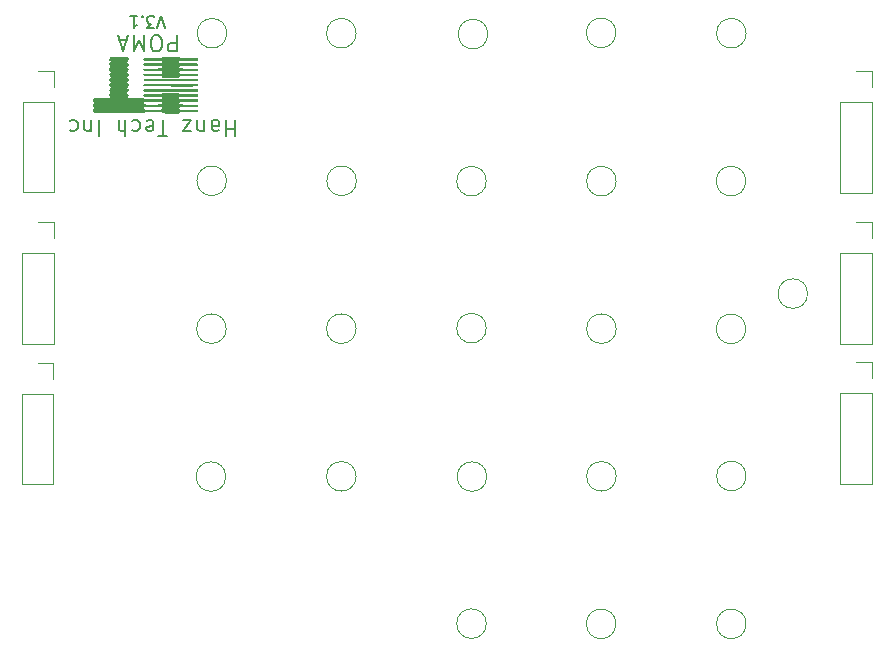
<source format=gbr>
%TF.GenerationSoftware,KiCad,Pcbnew,(5.1.10)-1*%
%TF.CreationDate,2022-01-16T13:18:33-05:00*%
%TF.ProjectId,top,746f702e-6b69-4636-9164-5f7063625858,rev?*%
%TF.SameCoordinates,Original*%
%TF.FileFunction,Legend,Top*%
%TF.FilePolarity,Positive*%
%FSLAX46Y46*%
G04 Gerber Fmt 4.6, Leading zero omitted, Abs format (unit mm)*
G04 Created by KiCad (PCBNEW (5.1.10)-1) date 2022-01-16 13:18:33*
%MOMM*%
%LPD*%
G01*
G04 APERTURE LIST*
%ADD10C,0.200000*%
%ADD11C,0.150000*%
%ADD12C,0.120000*%
%ADD13C,0.010000*%
G04 APERTURE END LIST*
D10*
X126063114Y-73939285D02*
X126063114Y-75289285D01*
X125548828Y-75289285D01*
X125420257Y-75225000D01*
X125355971Y-75160714D01*
X125291685Y-75032142D01*
X125291685Y-74839285D01*
X125355971Y-74710714D01*
X125420257Y-74646428D01*
X125548828Y-74582142D01*
X126063114Y-74582142D01*
X124455971Y-75289285D02*
X124198828Y-75289285D01*
X124070257Y-75225000D01*
X123941685Y-75096428D01*
X123877400Y-74839285D01*
X123877400Y-74389285D01*
X123941685Y-74132142D01*
X124070257Y-74003571D01*
X124198828Y-73939285D01*
X124455971Y-73939285D01*
X124584542Y-74003571D01*
X124713114Y-74132142D01*
X124777400Y-74389285D01*
X124777400Y-74839285D01*
X124713114Y-75096428D01*
X124584542Y-75225000D01*
X124455971Y-75289285D01*
X123298828Y-73939285D02*
X123298828Y-75289285D01*
X122848828Y-74325000D01*
X122398828Y-75289285D01*
X122398828Y-73939285D01*
X121820257Y-74325000D02*
X121177400Y-74325000D01*
X121948828Y-73939285D02*
X121498828Y-75289285D01*
X121048828Y-73939285D01*
X131027400Y-81139285D02*
X131027400Y-82489285D01*
X131027400Y-81846428D02*
X130255971Y-81846428D01*
X130255971Y-81139285D02*
X130255971Y-82489285D01*
X129034542Y-81139285D02*
X129034542Y-81846428D01*
X129098828Y-81975000D01*
X129227400Y-82039285D01*
X129484542Y-82039285D01*
X129613114Y-81975000D01*
X129034542Y-81203571D02*
X129163114Y-81139285D01*
X129484542Y-81139285D01*
X129613114Y-81203571D01*
X129677400Y-81332142D01*
X129677400Y-81460714D01*
X129613114Y-81589285D01*
X129484542Y-81653571D01*
X129163114Y-81653571D01*
X129034542Y-81717857D01*
X128391685Y-82039285D02*
X128391685Y-81139285D01*
X128391685Y-81910714D02*
X128327400Y-81975000D01*
X128198828Y-82039285D01*
X128005971Y-82039285D01*
X127877400Y-81975000D01*
X127813114Y-81846428D01*
X127813114Y-81139285D01*
X127298828Y-82039285D02*
X126591685Y-82039285D01*
X127298828Y-81139285D01*
X126591685Y-81139285D01*
X125241685Y-82489285D02*
X124470257Y-82489285D01*
X124855971Y-81139285D02*
X124855971Y-82489285D01*
X123505971Y-81203571D02*
X123634542Y-81139285D01*
X123891685Y-81139285D01*
X124020257Y-81203571D01*
X124084542Y-81332142D01*
X124084542Y-81846428D01*
X124020257Y-81975000D01*
X123891685Y-82039285D01*
X123634542Y-82039285D01*
X123505971Y-81975000D01*
X123441685Y-81846428D01*
X123441685Y-81717857D01*
X124084542Y-81589285D01*
X122284542Y-81203571D02*
X122413114Y-81139285D01*
X122670257Y-81139285D01*
X122798828Y-81203571D01*
X122863114Y-81267857D01*
X122927400Y-81396428D01*
X122927400Y-81782142D01*
X122863114Y-81910714D01*
X122798828Y-81975000D01*
X122670257Y-82039285D01*
X122413114Y-82039285D01*
X122284542Y-81975000D01*
X121705971Y-81139285D02*
X121705971Y-82489285D01*
X121127400Y-81139285D02*
X121127400Y-81846428D01*
X121191685Y-81975000D01*
X121320257Y-82039285D01*
X121513114Y-82039285D01*
X121641685Y-81975000D01*
X121705971Y-81910714D01*
X119455971Y-81139285D02*
X119455971Y-82489285D01*
X118813114Y-82039285D02*
X118813114Y-81139285D01*
X118813114Y-81910714D02*
X118748828Y-81975000D01*
X118620257Y-82039285D01*
X118427400Y-82039285D01*
X118298828Y-81975000D01*
X118234542Y-81846428D01*
X118234542Y-81139285D01*
X117013114Y-81203571D02*
X117141685Y-81139285D01*
X117398828Y-81139285D01*
X117527400Y-81203571D01*
X117591685Y-81267857D01*
X117655971Y-81396428D01*
X117655971Y-81782142D01*
X117591685Y-81910714D01*
X117527400Y-81975000D01*
X117398828Y-82039285D01*
X117141685Y-82039285D01*
X117013114Y-81975000D01*
D11*
X125076209Y-73322619D02*
X124742876Y-72322619D01*
X124409542Y-73322619D01*
X124171447Y-73322619D02*
X123552400Y-73322619D01*
X123885733Y-72941666D01*
X123742876Y-72941666D01*
X123647638Y-72894047D01*
X123600019Y-72846428D01*
X123552400Y-72751190D01*
X123552400Y-72513095D01*
X123600019Y-72417857D01*
X123647638Y-72370238D01*
X123742876Y-72322619D01*
X124028590Y-72322619D01*
X124123828Y-72370238D01*
X124171447Y-72417857D01*
X123123828Y-72417857D02*
X123076209Y-72370238D01*
X123123828Y-72322619D01*
X123171447Y-72370238D01*
X123123828Y-72417857D01*
X123123828Y-72322619D01*
X122123828Y-72322619D02*
X122695257Y-72322619D01*
X122409542Y-72322619D02*
X122409542Y-73322619D01*
X122504780Y-73179761D01*
X122600019Y-73084523D01*
X122695257Y-73036904D01*
D12*
%TO.C,J28*%
X152264940Y-86281600D02*
G75*
G03*
X152264940Y-86281600I-1251000J0D01*
G01*
%TO.C,J25*%
X141241340Y-73759400D02*
G75*
G03*
X141241340Y-73759400I-1251000J0D01*
G01*
%TO.C,J24*%
X130268540Y-86256200D02*
G75*
G03*
X130268540Y-86256200I-1251000J0D01*
G01*
%TO.C,J23*%
X130243140Y-98778400D02*
G75*
G03*
X130243140Y-98778400I-1251000J0D01*
G01*
%TO.C,J22*%
X141241340Y-111275200D02*
G75*
G03*
X141241340Y-111275200I-1251000J0D01*
G01*
%TO.C,J21*%
X152264940Y-123746600D02*
G75*
G03*
X152264940Y-123746600I-1251000J0D01*
G01*
%TO.C,J20*%
X163237740Y-123772000D02*
G75*
G03*
X163237740Y-123772000I-1251000J0D01*
G01*
%TO.C,J19*%
X174261340Y-123772000D02*
G75*
G03*
X174261340Y-123772000I-1251000J0D01*
G01*
%TO.C,J17*%
X174261340Y-73759400D02*
G75*
G03*
X174261340Y-73759400I-1251000J0D01*
G01*
%TO.C,J16*%
X163237740Y-73734000D02*
G75*
G03*
X163237740Y-73734000I-1251000J0D01*
G01*
%TO.C,J15*%
X130203400Y-111300600D02*
G75*
G03*
X130203400Y-111300600I-1251000J0D01*
G01*
%TO.C,J14*%
X141266740Y-86256200D02*
G75*
G03*
X141266740Y-86256200I-1251000J0D01*
G01*
%TO.C,J13*%
X163258060Y-86281600D02*
G75*
G03*
X163258060Y-86281600I-1251000J0D01*
G01*
%TO.C,J12*%
X174235940Y-86281600D02*
G75*
G03*
X174235940Y-86281600I-1251000J0D01*
G01*
%TO.C,J11*%
X141241340Y-98778400D02*
G75*
G03*
X141241340Y-98778400I-1251000J0D01*
G01*
%TO.C,J10*%
X152264940Y-98727600D02*
G75*
G03*
X152264940Y-98727600I-1251000J0D01*
G01*
%TO.C,J9*%
X163263140Y-98778400D02*
G75*
G03*
X163263140Y-98778400I-1251000J0D01*
G01*
%TO.C,J8*%
X174235940Y-98791100D02*
G75*
G03*
X174235940Y-98791100I-1251000J0D01*
G01*
%TO.C,J7*%
X152391940Y-73835600D02*
G75*
G03*
X152391940Y-73835600I-1251000J0D01*
G01*
%TO.C,J6*%
X174261340Y-111249800D02*
G75*
G03*
X174261340Y-111249800I-1251000J0D01*
G01*
%TO.C,J5*%
X163263140Y-111275200D02*
G75*
G03*
X163263140Y-111275200I-1251000J0D01*
G01*
%TO.C,J4*%
X152303400Y-111300600D02*
G75*
G03*
X152303400Y-111300600I-1251000J0D01*
G01*
%TO.C,J33*%
X112955540Y-104264800D02*
X115615540Y-104264800D01*
X112955540Y-104264800D02*
X112955540Y-111944800D01*
X112955540Y-111944800D02*
X115615540Y-111944800D01*
X115615540Y-104264800D02*
X115615540Y-111944800D01*
X115615540Y-101664800D02*
X115615540Y-102994800D01*
X114285540Y-101664800D02*
X115615540Y-101664800D01*
%TO.C,J32*%
X114336340Y-76950600D02*
X115666340Y-76950600D01*
X115666340Y-76950600D02*
X115666340Y-78280600D01*
X115666340Y-79550600D02*
X115666340Y-87230600D01*
X113006340Y-87230600D02*
X115666340Y-87230600D01*
X113006340Y-79550600D02*
X113006340Y-87230600D01*
X113006340Y-79550600D02*
X115666340Y-79550600D01*
%TO.C,J30*%
X182221340Y-79601400D02*
X184881340Y-79601400D01*
X182221340Y-79601400D02*
X182221340Y-87281400D01*
X182221340Y-87281400D02*
X184881340Y-87281400D01*
X184881340Y-79601400D02*
X184881340Y-87281400D01*
X184881340Y-77001400D02*
X184881340Y-78331400D01*
X183551340Y-77001400D02*
X184881340Y-77001400D01*
%TO.C,J29*%
X112980940Y-92377600D02*
X115640940Y-92377600D01*
X112980940Y-92377600D02*
X112980940Y-100057600D01*
X112980940Y-100057600D02*
X115640940Y-100057600D01*
X115640940Y-92377600D02*
X115640940Y-100057600D01*
X115640940Y-89777600D02*
X115640940Y-91107600D01*
X114310940Y-89777600D02*
X115640940Y-89777600D01*
%TO.C,J27*%
X183551340Y-89777600D02*
X184881340Y-89777600D01*
X184881340Y-89777600D02*
X184881340Y-91107600D01*
X184881340Y-92377600D02*
X184881340Y-100057600D01*
X182221340Y-100057600D02*
X184881340Y-100057600D01*
X182221340Y-92377600D02*
X182221340Y-100057600D01*
X182221340Y-92377600D02*
X184881340Y-92377600D01*
%TO.C,J26*%
X182221340Y-104239400D02*
X184881340Y-104239400D01*
X182221340Y-104239400D02*
X182221340Y-111919400D01*
X182221340Y-111919400D02*
X184881340Y-111919400D01*
X184881340Y-104239400D02*
X184881340Y-111919400D01*
X184881340Y-101639400D02*
X184881340Y-102969400D01*
X183551340Y-101639400D02*
X184881340Y-101639400D01*
%TO.C,J18*%
X130293940Y-73759400D02*
G75*
G03*
X130293940Y-73759400I-1251000J0D01*
G01*
D13*
%TO.C,G\u002A\u002A\u002A*%
G36*
X124790870Y-76064417D02*
G01*
X124756198Y-76011500D01*
X124020391Y-76011500D01*
X123821887Y-76011312D01*
X123661529Y-76010624D01*
X123535132Y-76009254D01*
X123438510Y-76007016D01*
X123367478Y-76003728D01*
X123317850Y-75999206D01*
X123285440Y-75993266D01*
X123266062Y-75985724D01*
X123256761Y-75977976D01*
X123240373Y-75937277D01*
X123251177Y-75909184D01*
X123260552Y-75899728D01*
X123278336Y-75892028D01*
X123308706Y-75885862D01*
X123355842Y-75881005D01*
X123423922Y-75877235D01*
X123517125Y-75874328D01*
X123639628Y-75872061D01*
X123795611Y-75870210D01*
X123989252Y-75868552D01*
X124014983Y-75868357D01*
X124756550Y-75862797D01*
X124791046Y-75810149D01*
X124825543Y-75757500D01*
X126199424Y-75757500D01*
X126234097Y-75810417D01*
X126268769Y-75863333D01*
X127005656Y-75863333D01*
X127204816Y-75863532D01*
X127365842Y-75864249D01*
X127492934Y-75865665D01*
X127590290Y-75867962D01*
X127662109Y-75871320D01*
X127712591Y-75875920D01*
X127745932Y-75881945D01*
X127766333Y-75889574D01*
X127775763Y-75896553D01*
X127797406Y-75934901D01*
X127787113Y-75970637D01*
X127779673Y-75981478D01*
X127767335Y-75990213D01*
X127745854Y-75997069D01*
X127710987Y-76002272D01*
X127658488Y-76006050D01*
X127584112Y-76008629D01*
X127483615Y-76010236D01*
X127352753Y-76011099D01*
X127187280Y-76011444D01*
X127022910Y-76011500D01*
X126280576Y-76011500D01*
X126238952Y-76064417D01*
X126197328Y-76117333D01*
X124825543Y-76117333D01*
X124790870Y-76064417D01*
G37*
X124790870Y-76064417D02*
X124756198Y-76011500D01*
X124020391Y-76011500D01*
X123821887Y-76011312D01*
X123661529Y-76010624D01*
X123535132Y-76009254D01*
X123438510Y-76007016D01*
X123367478Y-76003728D01*
X123317850Y-75999206D01*
X123285440Y-75993266D01*
X123266062Y-75985724D01*
X123256761Y-75977976D01*
X123240373Y-75937277D01*
X123251177Y-75909184D01*
X123260552Y-75899728D01*
X123278336Y-75892028D01*
X123308706Y-75885862D01*
X123355842Y-75881005D01*
X123423922Y-75877235D01*
X123517125Y-75874328D01*
X123639628Y-75872061D01*
X123795611Y-75870210D01*
X123989252Y-75868552D01*
X124014983Y-75868357D01*
X124756550Y-75862797D01*
X124791046Y-75810149D01*
X124825543Y-75757500D01*
X126199424Y-75757500D01*
X126234097Y-75810417D01*
X126268769Y-75863333D01*
X127005656Y-75863333D01*
X127204816Y-75863532D01*
X127365842Y-75864249D01*
X127492934Y-75865665D01*
X127590290Y-75867962D01*
X127662109Y-75871320D01*
X127712591Y-75875920D01*
X127745932Y-75881945D01*
X127766333Y-75889574D01*
X127775763Y-75896553D01*
X127797406Y-75934901D01*
X127787113Y-75970637D01*
X127779673Y-75981478D01*
X127767335Y-75990213D01*
X127745854Y-75997069D01*
X127710987Y-76002272D01*
X127658488Y-76006050D01*
X127584112Y-76008629D01*
X127483615Y-76010236D01*
X127352753Y-76011099D01*
X127187280Y-76011444D01*
X127022910Y-76011500D01*
X126280576Y-76011500D01*
X126238952Y-76064417D01*
X126197328Y-76117333D01*
X124825543Y-76117333D01*
X124790870Y-76064417D01*
G36*
X120402306Y-76066091D02*
G01*
X120361137Y-75995398D01*
X120353576Y-75916178D01*
X120379198Y-75842139D01*
X120410380Y-75805853D01*
X120426890Y-75792364D01*
X120444746Y-75781651D01*
X120468692Y-75773393D01*
X120503476Y-75767271D01*
X120553842Y-75762966D01*
X120624538Y-75760158D01*
X120720308Y-75758527D01*
X120845899Y-75757753D01*
X121006057Y-75757517D01*
X121128173Y-75757500D01*
X121313234Y-75757607D01*
X121460647Y-75758116D01*
X121575095Y-75759313D01*
X121661265Y-75761480D01*
X121723839Y-75764903D01*
X121767503Y-75769865D01*
X121796942Y-75776651D01*
X121816839Y-75785544D01*
X121831879Y-75796828D01*
X121835819Y-75800419D01*
X121874949Y-75850682D01*
X121895125Y-75896080D01*
X121895502Y-75961145D01*
X121873092Y-76030136D01*
X121835295Y-76083926D01*
X121817389Y-76096976D01*
X121786370Y-76102386D01*
X121717600Y-76107163D01*
X121615656Y-76111176D01*
X121485117Y-76114292D01*
X121330560Y-76116377D01*
X121156565Y-76117300D01*
X121114898Y-76117333D01*
X120450446Y-76117333D01*
X120402306Y-76066091D01*
G37*
X120402306Y-76066091D02*
X120361137Y-75995398D01*
X120353576Y-75916178D01*
X120379198Y-75842139D01*
X120410380Y-75805853D01*
X120426890Y-75792364D01*
X120444746Y-75781651D01*
X120468692Y-75773393D01*
X120503476Y-75767271D01*
X120553842Y-75762966D01*
X120624538Y-75760158D01*
X120720308Y-75758527D01*
X120845899Y-75757753D01*
X121006057Y-75757517D01*
X121128173Y-75757500D01*
X121313234Y-75757607D01*
X121460647Y-75758116D01*
X121575095Y-75759313D01*
X121661265Y-75761480D01*
X121723839Y-75764903D01*
X121767503Y-75769865D01*
X121796942Y-75776651D01*
X121816839Y-75785544D01*
X121831879Y-75796828D01*
X121835819Y-75800419D01*
X121874949Y-75850682D01*
X121895125Y-75896080D01*
X121895502Y-75961145D01*
X121873092Y-76030136D01*
X121835295Y-76083926D01*
X121817389Y-76096976D01*
X121786370Y-76102386D01*
X121717600Y-76107163D01*
X121615656Y-76111176D01*
X121485117Y-76114292D01*
X121330560Y-76116377D01*
X121156565Y-76117300D01*
X121114898Y-76117333D01*
X120450446Y-76117333D01*
X120402306Y-76066091D01*
G36*
X125361178Y-76561410D02*
G01*
X125210247Y-76560212D01*
X125077474Y-76558346D01*
X124968325Y-76555918D01*
X124888267Y-76553035D01*
X124842768Y-76549805D01*
X124835260Y-76548363D01*
X124800865Y-76519222D01*
X124781136Y-76484863D01*
X124762115Y-76434833D01*
X124011423Y-76434833D01*
X123792338Y-76434230D01*
X123608067Y-76432446D01*
X123460074Y-76429523D01*
X123349825Y-76425502D01*
X123278781Y-76420423D01*
X123248409Y-76414328D01*
X123247533Y-76413477D01*
X123242479Y-76377526D01*
X123247710Y-76349977D01*
X123252540Y-76338801D01*
X123261996Y-76329798D01*
X123280281Y-76322732D01*
X123311597Y-76317371D01*
X123360146Y-76313477D01*
X123430132Y-76310819D01*
X123525755Y-76309159D01*
X123651219Y-76308265D01*
X123810725Y-76307901D01*
X124002584Y-76307833D01*
X124744082Y-76307833D01*
X124862718Y-76180833D01*
X126162249Y-76180833D01*
X126280885Y-76307833D01*
X127023064Y-76307833D01*
X127220687Y-76307963D01*
X127380176Y-76308488D01*
X127505730Y-76309613D01*
X127601549Y-76311541D01*
X127671832Y-76314478D01*
X127720777Y-76318628D01*
X127752585Y-76324194D01*
X127771455Y-76331382D01*
X127781585Y-76340396D01*
X127784295Y-76344875D01*
X127795145Y-76367825D01*
X127799252Y-76386497D01*
X127792889Y-76401333D01*
X127772329Y-76412773D01*
X127733844Y-76421259D01*
X127673709Y-76427232D01*
X127588195Y-76431133D01*
X127473577Y-76433402D01*
X127326126Y-76434481D01*
X127142117Y-76434811D01*
X127024136Y-76434833D01*
X126802114Y-76435418D01*
X126616803Y-76437150D01*
X126469292Y-76440000D01*
X126360668Y-76443937D01*
X126292019Y-76448932D01*
X126264431Y-76454953D01*
X126263900Y-76456000D01*
X126250238Y-76485201D01*
X126221567Y-76519500D01*
X126207937Y-76531394D01*
X126190364Y-76540827D01*
X126164161Y-76548082D01*
X126124642Y-76553444D01*
X126067122Y-76557198D01*
X125986914Y-76559629D01*
X125879331Y-76561022D01*
X125739689Y-76561661D01*
X125563300Y-76561831D01*
X125524798Y-76561833D01*
X125361178Y-76561410D01*
G37*
X125361178Y-76561410D02*
X125210247Y-76560212D01*
X125077474Y-76558346D01*
X124968325Y-76555918D01*
X124888267Y-76553035D01*
X124842768Y-76549805D01*
X124835260Y-76548363D01*
X124800865Y-76519222D01*
X124781136Y-76484863D01*
X124762115Y-76434833D01*
X124011423Y-76434833D01*
X123792338Y-76434230D01*
X123608067Y-76432446D01*
X123460074Y-76429523D01*
X123349825Y-76425502D01*
X123278781Y-76420423D01*
X123248409Y-76414328D01*
X123247533Y-76413477D01*
X123242479Y-76377526D01*
X123247710Y-76349977D01*
X123252540Y-76338801D01*
X123261996Y-76329798D01*
X123280281Y-76322732D01*
X123311597Y-76317371D01*
X123360146Y-76313477D01*
X123430132Y-76310819D01*
X123525755Y-76309159D01*
X123651219Y-76308265D01*
X123810725Y-76307901D01*
X124002584Y-76307833D01*
X124744082Y-76307833D01*
X124862718Y-76180833D01*
X126162249Y-76180833D01*
X126280885Y-76307833D01*
X127023064Y-76307833D01*
X127220687Y-76307963D01*
X127380176Y-76308488D01*
X127505730Y-76309613D01*
X127601549Y-76311541D01*
X127671832Y-76314478D01*
X127720777Y-76318628D01*
X127752585Y-76324194D01*
X127771455Y-76331382D01*
X127781585Y-76340396D01*
X127784295Y-76344875D01*
X127795145Y-76367825D01*
X127799252Y-76386497D01*
X127792889Y-76401333D01*
X127772329Y-76412773D01*
X127733844Y-76421259D01*
X127673709Y-76427232D01*
X127588195Y-76431133D01*
X127473577Y-76433402D01*
X127326126Y-76434481D01*
X127142117Y-76434811D01*
X127024136Y-76434833D01*
X126802114Y-76435418D01*
X126616803Y-76437150D01*
X126469292Y-76440000D01*
X126360668Y-76443937D01*
X126292019Y-76448932D01*
X126264431Y-76454953D01*
X126263900Y-76456000D01*
X126250238Y-76485201D01*
X126221567Y-76519500D01*
X126207937Y-76531394D01*
X126190364Y-76540827D01*
X126164161Y-76548082D01*
X126124642Y-76553444D01*
X126067122Y-76557198D01*
X125986914Y-76559629D01*
X125879331Y-76561022D01*
X125739689Y-76561661D01*
X125563300Y-76561831D01*
X125524798Y-76561833D01*
X125361178Y-76561410D01*
G36*
X120937396Y-76561538D02*
G01*
X120785961Y-76560517D01*
X120668009Y-76558572D01*
X120579116Y-76555505D01*
X120514859Y-76551116D01*
X120470814Y-76545205D01*
X120442557Y-76537574D01*
X120428796Y-76530414D01*
X120377885Y-76472325D01*
X120355528Y-76398175D01*
X120361170Y-76320772D01*
X120394254Y-76252928D01*
X120442552Y-76212850D01*
X120482457Y-76203315D01*
X120557912Y-76195284D01*
X120662162Y-76188781D01*
X120788450Y-76183831D01*
X120930020Y-76180456D01*
X121080115Y-76178682D01*
X121231978Y-76178532D01*
X121378854Y-76180031D01*
X121513985Y-76183202D01*
X121630615Y-76188070D01*
X121721989Y-76194659D01*
X121781348Y-76202992D01*
X121797316Y-76208021D01*
X121863296Y-76261818D01*
X121895941Y-76333069D01*
X121893646Y-76411199D01*
X121854802Y-76485634D01*
X121841695Y-76499962D01*
X121779823Y-76561833D01*
X121126738Y-76561833D01*
X120937396Y-76561538D01*
G37*
X120937396Y-76561538D02*
X120785961Y-76560517D01*
X120668009Y-76558572D01*
X120579116Y-76555505D01*
X120514859Y-76551116D01*
X120470814Y-76545205D01*
X120442557Y-76537574D01*
X120428796Y-76530414D01*
X120377885Y-76472325D01*
X120355528Y-76398175D01*
X120361170Y-76320772D01*
X120394254Y-76252928D01*
X120442552Y-76212850D01*
X120482457Y-76203315D01*
X120557912Y-76195284D01*
X120662162Y-76188781D01*
X120788450Y-76183831D01*
X120930020Y-76180456D01*
X121080115Y-76178682D01*
X121231978Y-76178532D01*
X121378854Y-76180031D01*
X121513985Y-76183202D01*
X121630615Y-76188070D01*
X121721989Y-76194659D01*
X121781348Y-76202992D01*
X121797316Y-76208021D01*
X121863296Y-76261818D01*
X121895941Y-76333069D01*
X121893646Y-76411199D01*
X121854802Y-76485634D01*
X121841695Y-76499962D01*
X121779823Y-76561833D01*
X121126738Y-76561833D01*
X120937396Y-76561538D01*
G36*
X124744082Y-76879333D02*
G01*
X124002584Y-76879333D01*
X123805924Y-76879261D01*
X123647394Y-76878886D01*
X123522794Y-76877974D01*
X123427919Y-76876291D01*
X123358569Y-76873601D01*
X123310541Y-76869672D01*
X123279633Y-76864267D01*
X123261643Y-76857152D01*
X123252367Y-76848093D01*
X123247710Y-76837190D01*
X123242433Y-76793156D01*
X123247533Y-76773690D01*
X123272601Y-76767466D01*
X123338524Y-76762254D01*
X123443839Y-76758095D01*
X123587078Y-76755029D01*
X123766776Y-76753098D01*
X123981467Y-76752343D01*
X124010899Y-76752333D01*
X124231190Y-76751742D01*
X124414833Y-76749987D01*
X124560720Y-76747101D01*
X124667743Y-76743114D01*
X124734793Y-76738058D01*
X124760764Y-76731965D01*
X124761067Y-76731167D01*
X124774729Y-76701966D01*
X124803400Y-76667667D01*
X124816903Y-76655872D01*
X124834311Y-76646496D01*
X124860261Y-76639263D01*
X124899390Y-76633894D01*
X124956336Y-76630114D01*
X125035736Y-76627645D01*
X125142227Y-76626211D01*
X125280446Y-76625535D01*
X125455031Y-76625340D01*
X125512483Y-76625333D01*
X125698357Y-76625442D01*
X125846535Y-76625952D01*
X125961654Y-76627140D01*
X126048352Y-76629284D01*
X126111265Y-76632659D01*
X126155032Y-76637544D01*
X126184288Y-76644214D01*
X126203672Y-76652947D01*
X126217821Y-76664019D01*
X126221567Y-76667667D01*
X126252644Y-76705575D01*
X126263900Y-76731167D01*
X126284880Y-76737350D01*
X126347092Y-76742511D01*
X126449450Y-76746618D01*
X126590863Y-76749642D01*
X126770245Y-76751553D01*
X126986506Y-76752319D01*
X127023636Y-76752333D01*
X127224473Y-76752487D01*
X127387046Y-76753069D01*
X127515426Y-76754261D01*
X127613679Y-76756243D01*
X127685877Y-76759197D01*
X127736087Y-76763304D01*
X127768380Y-76768746D01*
X127786823Y-76775704D01*
X127795486Y-76784359D01*
X127796584Y-76786766D01*
X127804004Y-76810239D01*
X127803978Y-76829373D01*
X127792767Y-76844610D01*
X127766631Y-76856392D01*
X127721831Y-76865163D01*
X127654627Y-76871364D01*
X127561281Y-76875438D01*
X127438053Y-76877826D01*
X127281203Y-76878973D01*
X127086993Y-76879319D01*
X127014151Y-76879333D01*
X126816707Y-76879393D01*
X126657407Y-76879732D01*
X126532062Y-76880591D01*
X126436481Y-76882207D01*
X126366476Y-76884823D01*
X126317857Y-76888676D01*
X126286434Y-76894007D01*
X126268019Y-76901055D01*
X126258422Y-76910060D01*
X126253453Y-76921262D01*
X126252932Y-76922879D01*
X126223517Y-76963389D01*
X126186628Y-76986379D01*
X126152695Y-76991420D01*
X126082184Y-76995993D01*
X125980853Y-76999931D01*
X125854454Y-77003068D01*
X125708744Y-77005236D01*
X125549479Y-77006270D01*
X125498431Y-77006333D01*
X124862718Y-77006333D01*
X124744082Y-76879333D01*
G37*
X124744082Y-76879333D02*
X124002584Y-76879333D01*
X123805924Y-76879261D01*
X123647394Y-76878886D01*
X123522794Y-76877974D01*
X123427919Y-76876291D01*
X123358569Y-76873601D01*
X123310541Y-76869672D01*
X123279633Y-76864267D01*
X123261643Y-76857152D01*
X123252367Y-76848093D01*
X123247710Y-76837190D01*
X123242433Y-76793156D01*
X123247533Y-76773690D01*
X123272601Y-76767466D01*
X123338524Y-76762254D01*
X123443839Y-76758095D01*
X123587078Y-76755029D01*
X123766776Y-76753098D01*
X123981467Y-76752343D01*
X124010899Y-76752333D01*
X124231190Y-76751742D01*
X124414833Y-76749987D01*
X124560720Y-76747101D01*
X124667743Y-76743114D01*
X124734793Y-76738058D01*
X124760764Y-76731965D01*
X124761067Y-76731167D01*
X124774729Y-76701966D01*
X124803400Y-76667667D01*
X124816903Y-76655872D01*
X124834311Y-76646496D01*
X124860261Y-76639263D01*
X124899390Y-76633894D01*
X124956336Y-76630114D01*
X125035736Y-76627645D01*
X125142227Y-76626211D01*
X125280446Y-76625535D01*
X125455031Y-76625340D01*
X125512483Y-76625333D01*
X125698357Y-76625442D01*
X125846535Y-76625952D01*
X125961654Y-76627140D01*
X126048352Y-76629284D01*
X126111265Y-76632659D01*
X126155032Y-76637544D01*
X126184288Y-76644214D01*
X126203672Y-76652947D01*
X126217821Y-76664019D01*
X126221567Y-76667667D01*
X126252644Y-76705575D01*
X126263900Y-76731167D01*
X126284880Y-76737350D01*
X126347092Y-76742511D01*
X126449450Y-76746618D01*
X126590863Y-76749642D01*
X126770245Y-76751553D01*
X126986506Y-76752319D01*
X127023636Y-76752333D01*
X127224473Y-76752487D01*
X127387046Y-76753069D01*
X127515426Y-76754261D01*
X127613679Y-76756243D01*
X127685877Y-76759197D01*
X127736087Y-76763304D01*
X127768380Y-76768746D01*
X127786823Y-76775704D01*
X127795486Y-76784359D01*
X127796584Y-76786766D01*
X127804004Y-76810239D01*
X127803978Y-76829373D01*
X127792767Y-76844610D01*
X127766631Y-76856392D01*
X127721831Y-76865163D01*
X127654627Y-76871364D01*
X127561281Y-76875438D01*
X127438053Y-76877826D01*
X127281203Y-76878973D01*
X127086993Y-76879319D01*
X127014151Y-76879333D01*
X126816707Y-76879393D01*
X126657407Y-76879732D01*
X126532062Y-76880591D01*
X126436481Y-76882207D01*
X126366476Y-76884823D01*
X126317857Y-76888676D01*
X126286434Y-76894007D01*
X126268019Y-76901055D01*
X126258422Y-76910060D01*
X126253453Y-76921262D01*
X126252932Y-76922879D01*
X126223517Y-76963389D01*
X126186628Y-76986379D01*
X126152695Y-76991420D01*
X126082184Y-76995993D01*
X125980853Y-76999931D01*
X125854454Y-77003068D01*
X125708744Y-77005236D01*
X125549479Y-77006270D01*
X125498431Y-77006333D01*
X124862718Y-77006333D01*
X124744082Y-76879333D01*
G36*
X120698992Y-77003144D02*
G01*
X120610486Y-77000975D01*
X120545384Y-76997219D01*
X120498955Y-76991698D01*
X120466470Y-76984233D01*
X120444245Y-76975193D01*
X120386809Y-76923559D01*
X120356698Y-76849410D01*
X120358556Y-76765975D01*
X120364045Y-76746711D01*
X120376103Y-76714130D01*
X120390743Y-76687972D01*
X120412394Y-76667532D01*
X120445487Y-76652105D01*
X120494452Y-76640985D01*
X120563717Y-76633469D01*
X120657713Y-76628851D01*
X120780870Y-76626425D01*
X120937616Y-76625488D01*
X121126738Y-76625333D01*
X121779823Y-76625333D01*
X121844305Y-76689815D01*
X121885577Y-76737584D01*
X121900149Y-76780046D01*
X121896271Y-76831425D01*
X121875725Y-76896327D01*
X121842783Y-76949440D01*
X121840185Y-76952151D01*
X121826179Y-76964500D01*
X121808420Y-76974337D01*
X121782174Y-76982005D01*
X121742702Y-76987845D01*
X121685269Y-76992202D01*
X121605137Y-76995416D01*
X121497570Y-76997833D01*
X121357831Y-76999792D01*
X121181182Y-77001639D01*
X121152233Y-77001917D01*
X120965135Y-77003437D01*
X120815632Y-77003906D01*
X120698992Y-77003144D01*
G37*
X120698992Y-77003144D02*
X120610486Y-77000975D01*
X120545384Y-76997219D01*
X120498955Y-76991698D01*
X120466470Y-76984233D01*
X120444245Y-76975193D01*
X120386809Y-76923559D01*
X120356698Y-76849410D01*
X120358556Y-76765975D01*
X120364045Y-76746711D01*
X120376103Y-76714130D01*
X120390743Y-76687972D01*
X120412394Y-76667532D01*
X120445487Y-76652105D01*
X120494452Y-76640985D01*
X120563717Y-76633469D01*
X120657713Y-76628851D01*
X120780870Y-76626425D01*
X120937616Y-76625488D01*
X121126738Y-76625333D01*
X121779823Y-76625333D01*
X121844305Y-76689815D01*
X121885577Y-76737584D01*
X121900149Y-76780046D01*
X121896271Y-76831425D01*
X121875725Y-76896327D01*
X121842783Y-76949440D01*
X121840185Y-76952151D01*
X121826179Y-76964500D01*
X121808420Y-76974337D01*
X121782174Y-76982005D01*
X121742702Y-76987845D01*
X121685269Y-76992202D01*
X121605137Y-76995416D01*
X121497570Y-76997833D01*
X121357831Y-76999792D01*
X121181182Y-77001639D01*
X121152233Y-77001917D01*
X120965135Y-77003437D01*
X120815632Y-77003906D01*
X120698992Y-77003144D01*
G36*
X124790870Y-77376750D02*
G01*
X124756198Y-77323833D01*
X124020391Y-77323833D01*
X123821887Y-77323645D01*
X123661529Y-77322958D01*
X123535132Y-77321587D01*
X123438510Y-77319349D01*
X123367478Y-77316062D01*
X123317850Y-77311539D01*
X123285440Y-77305599D01*
X123266062Y-77298057D01*
X123256761Y-77290309D01*
X123240373Y-77249610D01*
X123251177Y-77221518D01*
X123260552Y-77212061D01*
X123278336Y-77204362D01*
X123308706Y-77198195D01*
X123355842Y-77193339D01*
X123423922Y-77189568D01*
X123517125Y-77186661D01*
X123639628Y-77184394D01*
X123795611Y-77182543D01*
X123989252Y-77180885D01*
X124014983Y-77180690D01*
X124756550Y-77175130D01*
X124791046Y-77122482D01*
X124825543Y-77069833D01*
X126199424Y-77069833D01*
X126234097Y-77122750D01*
X126268769Y-77175667D01*
X127017006Y-77175667D01*
X127214860Y-77175756D01*
X127374608Y-77176172D01*
X127500476Y-77177141D01*
X127596692Y-77178885D01*
X127667482Y-77181630D01*
X127717074Y-77185600D01*
X127749695Y-77191018D01*
X127769570Y-77198110D01*
X127780929Y-77207099D01*
X127787113Y-77216530D01*
X127796349Y-77259162D01*
X127775763Y-77290614D01*
X127762386Y-77299583D01*
X127739258Y-77306810D01*
X127702180Y-77312476D01*
X127646953Y-77316761D01*
X127569378Y-77319847D01*
X127465258Y-77321916D01*
X127330392Y-77323147D01*
X127160583Y-77323723D01*
X127005656Y-77323833D01*
X126268769Y-77323833D01*
X126234097Y-77376750D01*
X126199424Y-77429667D01*
X124825543Y-77429667D01*
X124790870Y-77376750D01*
G37*
X124790870Y-77376750D02*
X124756198Y-77323833D01*
X124020391Y-77323833D01*
X123821887Y-77323645D01*
X123661529Y-77322958D01*
X123535132Y-77321587D01*
X123438510Y-77319349D01*
X123367478Y-77316062D01*
X123317850Y-77311539D01*
X123285440Y-77305599D01*
X123266062Y-77298057D01*
X123256761Y-77290309D01*
X123240373Y-77249610D01*
X123251177Y-77221518D01*
X123260552Y-77212061D01*
X123278336Y-77204362D01*
X123308706Y-77198195D01*
X123355842Y-77193339D01*
X123423922Y-77189568D01*
X123517125Y-77186661D01*
X123639628Y-77184394D01*
X123795611Y-77182543D01*
X123989252Y-77180885D01*
X124014983Y-77180690D01*
X124756550Y-77175130D01*
X124791046Y-77122482D01*
X124825543Y-77069833D01*
X126199424Y-77069833D01*
X126234097Y-77122750D01*
X126268769Y-77175667D01*
X127017006Y-77175667D01*
X127214860Y-77175756D01*
X127374608Y-77176172D01*
X127500476Y-77177141D01*
X127596692Y-77178885D01*
X127667482Y-77181630D01*
X127717074Y-77185600D01*
X127749695Y-77191018D01*
X127769570Y-77198110D01*
X127780929Y-77207099D01*
X127787113Y-77216530D01*
X127796349Y-77259162D01*
X127775763Y-77290614D01*
X127762386Y-77299583D01*
X127739258Y-77306810D01*
X127702180Y-77312476D01*
X127646953Y-77316761D01*
X127569378Y-77319847D01*
X127465258Y-77321916D01*
X127330392Y-77323147D01*
X127160583Y-77323723D01*
X127005656Y-77323833D01*
X126268769Y-77323833D01*
X126234097Y-77376750D01*
X126199424Y-77429667D01*
X124825543Y-77429667D01*
X124790870Y-77376750D01*
G36*
X120943541Y-77429606D02*
G01*
X120796498Y-77429212D01*
X120682295Y-77428163D01*
X120596189Y-77426141D01*
X120533432Y-77422826D01*
X120489279Y-77417897D01*
X120458983Y-77411036D01*
X120437800Y-77401923D01*
X120420983Y-77390238D01*
X120410380Y-77381314D01*
X120365022Y-77316981D01*
X120352591Y-77239231D01*
X120373512Y-77161770D01*
X120402306Y-77121076D01*
X120450446Y-77069833D01*
X121118798Y-77070477D01*
X121292386Y-77071265D01*
X121449476Y-77073186D01*
X121585224Y-77076099D01*
X121694789Y-77079860D01*
X121773326Y-77084328D01*
X121815994Y-77089360D01*
X121821416Y-77091142D01*
X121861197Y-77134163D01*
X121889262Y-77199595D01*
X121898355Y-77267753D01*
X121895125Y-77291087D01*
X121869440Y-77345371D01*
X121835819Y-77386748D01*
X121821296Y-77398746D01*
X121803215Y-77408274D01*
X121776892Y-77415615D01*
X121737642Y-77421054D01*
X121680780Y-77424875D01*
X121601623Y-77427363D01*
X121495485Y-77428800D01*
X121357682Y-77429471D01*
X121183530Y-77429661D01*
X121128173Y-77429667D01*
X120943541Y-77429606D01*
G37*
X120943541Y-77429606D02*
X120796498Y-77429212D01*
X120682295Y-77428163D01*
X120596189Y-77426141D01*
X120533432Y-77422826D01*
X120489279Y-77417897D01*
X120458983Y-77411036D01*
X120437800Y-77401923D01*
X120420983Y-77390238D01*
X120410380Y-77381314D01*
X120365022Y-77316981D01*
X120352591Y-77239231D01*
X120373512Y-77161770D01*
X120402306Y-77121076D01*
X120450446Y-77069833D01*
X121118798Y-77070477D01*
X121292386Y-77071265D01*
X121449476Y-77073186D01*
X121585224Y-77076099D01*
X121694789Y-77079860D01*
X121773326Y-77084328D01*
X121815994Y-77089360D01*
X121821416Y-77091142D01*
X121861197Y-77134163D01*
X121889262Y-77199595D01*
X121898355Y-77267753D01*
X121895125Y-77291087D01*
X121869440Y-77345371D01*
X121835819Y-77386748D01*
X121821296Y-77398746D01*
X121803215Y-77408274D01*
X121776892Y-77415615D01*
X121737642Y-77421054D01*
X121680780Y-77424875D01*
X121601623Y-77427363D01*
X121495485Y-77428800D01*
X121357682Y-77429471D01*
X121183530Y-77429661D01*
X121128173Y-77429667D01*
X120943541Y-77429606D01*
G36*
X120968213Y-77873466D02*
G01*
X120809981Y-77871460D01*
X120674686Y-77868297D01*
X120567138Y-77864123D01*
X120492149Y-77859083D01*
X120454528Y-77853326D01*
X120454004Y-77853135D01*
X120404090Y-77815789D01*
X120367676Y-77757885D01*
X120348849Y-77701401D01*
X120351208Y-77655174D01*
X120367676Y-77609449D01*
X120406818Y-77548535D01*
X120454004Y-77514199D01*
X120490375Y-77508421D01*
X120564264Y-77503357D01*
X120670863Y-77499153D01*
X120805360Y-77495956D01*
X120962945Y-77493912D01*
X121138809Y-77493168D01*
X121144573Y-77493167D01*
X121779823Y-77493167D01*
X121841695Y-77555039D01*
X121891823Y-77625547D01*
X121903567Y-77683667D01*
X121884677Y-77756641D01*
X121841695Y-77812295D01*
X121779823Y-77874167D01*
X121144573Y-77874167D01*
X120968213Y-77873466D01*
G37*
X120968213Y-77873466D02*
X120809981Y-77871460D01*
X120674686Y-77868297D01*
X120567138Y-77864123D01*
X120492149Y-77859083D01*
X120454528Y-77853326D01*
X120454004Y-77853135D01*
X120404090Y-77815789D01*
X120367676Y-77757885D01*
X120348849Y-77701401D01*
X120351208Y-77655174D01*
X120367676Y-77609449D01*
X120406818Y-77548535D01*
X120454004Y-77514199D01*
X120490375Y-77508421D01*
X120564264Y-77503357D01*
X120670863Y-77499153D01*
X120805360Y-77495956D01*
X120962945Y-77493912D01*
X121138809Y-77493168D01*
X121144573Y-77493167D01*
X121779823Y-77493167D01*
X121841695Y-77555039D01*
X121891823Y-77625547D01*
X121903567Y-77683667D01*
X121884677Y-77756641D01*
X121841695Y-77812295D01*
X121779823Y-77874167D01*
X121144573Y-77874167D01*
X120968213Y-77873466D01*
G36*
X126575905Y-77743897D02*
G01*
X126306711Y-77743590D01*
X126000753Y-77743047D01*
X125655687Y-77742298D01*
X125515474Y-77741970D01*
X123247650Y-77736583D01*
X123247650Y-77630750D01*
X125504521Y-77625363D01*
X125869819Y-77624560D01*
X126195011Y-77624011D01*
X126482326Y-77623739D01*
X126733990Y-77623766D01*
X126952230Y-77624116D01*
X127139275Y-77624812D01*
X127297350Y-77625878D01*
X127428685Y-77627337D01*
X127535506Y-77629211D01*
X127620040Y-77631525D01*
X127684514Y-77634300D01*
X127731157Y-77637562D01*
X127762196Y-77641332D01*
X127779857Y-77645634D01*
X127785594Y-77649139D01*
X127799912Y-77691873D01*
X127796548Y-77712829D01*
X127791958Y-77718309D01*
X127781079Y-77723165D01*
X127761568Y-77727426D01*
X127731079Y-77731121D01*
X127687269Y-77734282D01*
X127627793Y-77736937D01*
X127550307Y-77739117D01*
X127452467Y-77740852D01*
X127331929Y-77742172D01*
X127186348Y-77743107D01*
X127013379Y-77743686D01*
X126810680Y-77743939D01*
X126575905Y-77743897D01*
G37*
X126575905Y-77743897D02*
X126306711Y-77743590D01*
X126000753Y-77743047D01*
X125655687Y-77742298D01*
X125515474Y-77741970D01*
X123247650Y-77736583D01*
X123247650Y-77630750D01*
X125504521Y-77625363D01*
X125869819Y-77624560D01*
X126195011Y-77624011D01*
X126482326Y-77623739D01*
X126733990Y-77623766D01*
X126952230Y-77624116D01*
X127139275Y-77624812D01*
X127297350Y-77625878D01*
X127428685Y-77627337D01*
X127535506Y-77629211D01*
X127620040Y-77631525D01*
X127684514Y-77634300D01*
X127731157Y-77637562D01*
X127762196Y-77641332D01*
X127779857Y-77645634D01*
X127785594Y-77649139D01*
X127799912Y-77691873D01*
X127796548Y-77712829D01*
X127791958Y-77718309D01*
X127781079Y-77723165D01*
X127761568Y-77727426D01*
X127731079Y-77731121D01*
X127687269Y-77734282D01*
X127627793Y-77736937D01*
X127550307Y-77739117D01*
X127452467Y-77740852D01*
X127331929Y-77742172D01*
X127186348Y-77743107D01*
X127013379Y-77743686D01*
X126810680Y-77743939D01*
X126575905Y-77743897D01*
G36*
X120402306Y-78246258D02*
G01*
X120361137Y-78175565D01*
X120353576Y-78096345D01*
X120379198Y-78022305D01*
X120410380Y-77986020D01*
X120426890Y-77972531D01*
X120444746Y-77961817D01*
X120468692Y-77953560D01*
X120503476Y-77947438D01*
X120553842Y-77943133D01*
X120624538Y-77940325D01*
X120720308Y-77938694D01*
X120845899Y-77937920D01*
X121006057Y-77937684D01*
X121128173Y-77937667D01*
X121313234Y-77937774D01*
X121460647Y-77938283D01*
X121575095Y-77939480D01*
X121661265Y-77941647D01*
X121723839Y-77945070D01*
X121767503Y-77950032D01*
X121796942Y-77956817D01*
X121816839Y-77965710D01*
X121831879Y-77976995D01*
X121835819Y-77980586D01*
X121874949Y-78030848D01*
X121895125Y-78076247D01*
X121895502Y-78141312D01*
X121873092Y-78210303D01*
X121835295Y-78264093D01*
X121817389Y-78277142D01*
X121786370Y-78282552D01*
X121717600Y-78287330D01*
X121615656Y-78291343D01*
X121485117Y-78294458D01*
X121330560Y-78296544D01*
X121156565Y-78297466D01*
X121114898Y-78297500D01*
X120450446Y-78297500D01*
X120402306Y-78246258D01*
G37*
X120402306Y-78246258D02*
X120361137Y-78175565D01*
X120353576Y-78096345D01*
X120379198Y-78022305D01*
X120410380Y-77986020D01*
X120426890Y-77972531D01*
X120444746Y-77961817D01*
X120468692Y-77953560D01*
X120503476Y-77947438D01*
X120553842Y-77943133D01*
X120624538Y-77940325D01*
X120720308Y-77938694D01*
X120845899Y-77937920D01*
X121006057Y-77937684D01*
X121128173Y-77937667D01*
X121313234Y-77937774D01*
X121460647Y-77938283D01*
X121575095Y-77939480D01*
X121661265Y-77941647D01*
X121723839Y-77945070D01*
X121767503Y-77950032D01*
X121796942Y-77956817D01*
X121816839Y-77965710D01*
X121831879Y-77976995D01*
X121835819Y-77980586D01*
X121874949Y-78030848D01*
X121895125Y-78076247D01*
X121895502Y-78141312D01*
X121873092Y-78210303D01*
X121835295Y-78264093D01*
X121817389Y-78277142D01*
X121786370Y-78282552D01*
X121717600Y-78287330D01*
X121615656Y-78291343D01*
X121485117Y-78294458D01*
X121330560Y-78296544D01*
X121156565Y-78297466D01*
X121114898Y-78297500D01*
X120450446Y-78297500D01*
X120402306Y-78246258D01*
G36*
X126596144Y-78188653D02*
G01*
X126334068Y-78188266D01*
X126035617Y-78187669D01*
X125698395Y-78186898D01*
X125519285Y-78186471D01*
X125161854Y-78185588D01*
X124844366Y-78184724D01*
X124564431Y-78183832D01*
X124319659Y-78182866D01*
X124107659Y-78181780D01*
X123926042Y-78180529D01*
X123772416Y-78179066D01*
X123644393Y-78177345D01*
X123539581Y-78175321D01*
X123455590Y-78172946D01*
X123390031Y-78170177D01*
X123340512Y-78166965D01*
X123304645Y-78163266D01*
X123280037Y-78159033D01*
X123264301Y-78154221D01*
X123255044Y-78148783D01*
X123249956Y-78142802D01*
X123239031Y-78107630D01*
X123262845Y-78077606D01*
X123267571Y-78074010D01*
X123278932Y-78069049D01*
X123300420Y-78064642D01*
X123334349Y-78060757D01*
X123383031Y-78057362D01*
X123448778Y-78054428D01*
X123533903Y-78051922D01*
X123640718Y-78049814D01*
X123771535Y-78048072D01*
X123928667Y-78046664D01*
X124114427Y-78045560D01*
X124331127Y-78044728D01*
X124581079Y-78044138D01*
X124866595Y-78043757D01*
X125189989Y-78043555D01*
X125525601Y-78043500D01*
X125882966Y-78043548D01*
X126200371Y-78043714D01*
X126480189Y-78044034D01*
X126724792Y-78044543D01*
X126936553Y-78045275D01*
X127117845Y-78046267D01*
X127271041Y-78047552D01*
X127398514Y-78049166D01*
X127502637Y-78051144D01*
X127585782Y-78053521D01*
X127650322Y-78056332D01*
X127698630Y-78059611D01*
X127733080Y-78063395D01*
X127756043Y-78067718D01*
X127769894Y-78072615D01*
X127775763Y-78076720D01*
X127797409Y-78115019D01*
X127787062Y-78150900D01*
X127782752Y-78157408D01*
X127775598Y-78163180D01*
X127763206Y-78168252D01*
X127743181Y-78172663D01*
X127713127Y-78176450D01*
X127670649Y-78179651D01*
X127613352Y-78182303D01*
X127538840Y-78184443D01*
X127444720Y-78186110D01*
X127328594Y-78187341D01*
X127188069Y-78188173D01*
X127020749Y-78188644D01*
X126824239Y-78188791D01*
X126596144Y-78188653D01*
G37*
X126596144Y-78188653D02*
X126334068Y-78188266D01*
X126035617Y-78187669D01*
X125698395Y-78186898D01*
X125519285Y-78186471D01*
X125161854Y-78185588D01*
X124844366Y-78184724D01*
X124564431Y-78183832D01*
X124319659Y-78182866D01*
X124107659Y-78181780D01*
X123926042Y-78180529D01*
X123772416Y-78179066D01*
X123644393Y-78177345D01*
X123539581Y-78175321D01*
X123455590Y-78172946D01*
X123390031Y-78170177D01*
X123340512Y-78166965D01*
X123304645Y-78163266D01*
X123280037Y-78159033D01*
X123264301Y-78154221D01*
X123255044Y-78148783D01*
X123249956Y-78142802D01*
X123239031Y-78107630D01*
X123262845Y-78077606D01*
X123267571Y-78074010D01*
X123278932Y-78069049D01*
X123300420Y-78064642D01*
X123334349Y-78060757D01*
X123383031Y-78057362D01*
X123448778Y-78054428D01*
X123533903Y-78051922D01*
X123640718Y-78049814D01*
X123771535Y-78048072D01*
X123928667Y-78046664D01*
X124114427Y-78045560D01*
X124331127Y-78044728D01*
X124581079Y-78044138D01*
X124866595Y-78043757D01*
X125189989Y-78043555D01*
X125525601Y-78043500D01*
X125882966Y-78043548D01*
X126200371Y-78043714D01*
X126480189Y-78044034D01*
X126724792Y-78044543D01*
X126936553Y-78045275D01*
X127117845Y-78046267D01*
X127271041Y-78047552D01*
X127398514Y-78049166D01*
X127502637Y-78051144D01*
X127585782Y-78053521D01*
X127650322Y-78056332D01*
X127698630Y-78059611D01*
X127733080Y-78063395D01*
X127756043Y-78067718D01*
X127769894Y-78072615D01*
X127775763Y-78076720D01*
X127797409Y-78115019D01*
X127787062Y-78150900D01*
X127782752Y-78157408D01*
X127775598Y-78163180D01*
X127763206Y-78168252D01*
X127743181Y-78172663D01*
X127713127Y-78176450D01*
X127670649Y-78179651D01*
X127613352Y-78182303D01*
X127538840Y-78184443D01*
X127444720Y-78186110D01*
X127328594Y-78187341D01*
X127188069Y-78188173D01*
X127020749Y-78188644D01*
X126824239Y-78188791D01*
X126596144Y-78188653D01*
G36*
X120939296Y-78741932D02*
G01*
X120792953Y-78741516D01*
X120679416Y-78740433D01*
X120593923Y-78738365D01*
X120531709Y-78734993D01*
X120488012Y-78729998D01*
X120458067Y-78723061D01*
X120437112Y-78713865D01*
X120420383Y-78702090D01*
X120411230Y-78694375D01*
X120364961Y-78630319D01*
X120350740Y-78554634D01*
X120366775Y-78479748D01*
X120411274Y-78418086D01*
X120455010Y-78390818D01*
X120500814Y-78380802D01*
X120581200Y-78372679D01*
X120689385Y-78366429D01*
X120818586Y-78362032D01*
X120962021Y-78359467D01*
X121112906Y-78358716D01*
X121264458Y-78359757D01*
X121409894Y-78362572D01*
X121542431Y-78367140D01*
X121655287Y-78373440D01*
X121741677Y-78381454D01*
X121794820Y-78391162D01*
X121804000Y-78394785D01*
X121868919Y-78450408D01*
X121898819Y-78521851D01*
X121892411Y-78599349D01*
X121848405Y-78673137D01*
X121841695Y-78680128D01*
X121779823Y-78742000D01*
X121123209Y-78742000D01*
X120939296Y-78741932D01*
G37*
X120939296Y-78741932D02*
X120792953Y-78741516D01*
X120679416Y-78740433D01*
X120593923Y-78738365D01*
X120531709Y-78734993D01*
X120488012Y-78729998D01*
X120458067Y-78723061D01*
X120437112Y-78713865D01*
X120420383Y-78702090D01*
X120411230Y-78694375D01*
X120364961Y-78630319D01*
X120350740Y-78554634D01*
X120366775Y-78479748D01*
X120411274Y-78418086D01*
X120455010Y-78390818D01*
X120500814Y-78380802D01*
X120581200Y-78372679D01*
X120689385Y-78366429D01*
X120818586Y-78362032D01*
X120962021Y-78359467D01*
X121112906Y-78358716D01*
X121264458Y-78359757D01*
X121409894Y-78362572D01*
X121542431Y-78367140D01*
X121655287Y-78373440D01*
X121741677Y-78381454D01*
X121794820Y-78391162D01*
X121804000Y-78394785D01*
X121868919Y-78450408D01*
X121898819Y-78521851D01*
X121892411Y-78599349D01*
X121848405Y-78673137D01*
X121841695Y-78680128D01*
X121779823Y-78742000D01*
X121123209Y-78742000D01*
X120939296Y-78741932D01*
G36*
X125165031Y-78636102D02*
G01*
X124844483Y-78635888D01*
X124561642Y-78635493D01*
X124314198Y-78634886D01*
X124099837Y-78634036D01*
X123916247Y-78632911D01*
X123761115Y-78631480D01*
X123632130Y-78629712D01*
X123526978Y-78627575D01*
X123443347Y-78625039D01*
X123378925Y-78622073D01*
X123331399Y-78618644D01*
X123298457Y-78614721D01*
X123277787Y-78610274D01*
X123267571Y-78605657D01*
X123239825Y-78575139D01*
X123247299Y-78541349D01*
X123249956Y-78536865D01*
X123255181Y-78530769D01*
X123264543Y-78525344D01*
X123280434Y-78520544D01*
X123305242Y-78516322D01*
X123341359Y-78512633D01*
X123391174Y-78509431D01*
X123457078Y-78506669D01*
X123541461Y-78504303D01*
X123646713Y-78502285D01*
X123775224Y-78500570D01*
X123929385Y-78499111D01*
X124111586Y-78497864D01*
X124324216Y-78496781D01*
X124569667Y-78495817D01*
X124850328Y-78494926D01*
X125168590Y-78494061D01*
X125519285Y-78493196D01*
X125876269Y-78492354D01*
X126193316Y-78491668D01*
X126472819Y-78491174D01*
X126717175Y-78490910D01*
X126928778Y-78490913D01*
X127110024Y-78491222D01*
X127263308Y-78491873D01*
X127391025Y-78492905D01*
X127495570Y-78494355D01*
X127579339Y-78496259D01*
X127644726Y-78498657D01*
X127694126Y-78501586D01*
X127729936Y-78505082D01*
X127754549Y-78509185D01*
X127770362Y-78513930D01*
X127779769Y-78519357D01*
X127785166Y-78525501D01*
X127787062Y-78528767D01*
X127796379Y-78571412D01*
X127775763Y-78602947D01*
X127767228Y-78608301D01*
X127751374Y-78613055D01*
X127725829Y-78617243D01*
X127688218Y-78620901D01*
X127636170Y-78624063D01*
X127567312Y-78626765D01*
X127479270Y-78629041D01*
X127369672Y-78630927D01*
X127236146Y-78632457D01*
X127076317Y-78633668D01*
X126887813Y-78634593D01*
X126668262Y-78635267D01*
X126415291Y-78635727D01*
X126126526Y-78636006D01*
X125799595Y-78636140D01*
X125525601Y-78636167D01*
X125165031Y-78636102D01*
G37*
X125165031Y-78636102D02*
X124844483Y-78635888D01*
X124561642Y-78635493D01*
X124314198Y-78634886D01*
X124099837Y-78634036D01*
X123916247Y-78632911D01*
X123761115Y-78631480D01*
X123632130Y-78629712D01*
X123526978Y-78627575D01*
X123443347Y-78625039D01*
X123378925Y-78622073D01*
X123331399Y-78618644D01*
X123298457Y-78614721D01*
X123277787Y-78610274D01*
X123267571Y-78605657D01*
X123239825Y-78575139D01*
X123247299Y-78541349D01*
X123249956Y-78536865D01*
X123255181Y-78530769D01*
X123264543Y-78525344D01*
X123280434Y-78520544D01*
X123305242Y-78516322D01*
X123341359Y-78512633D01*
X123391174Y-78509431D01*
X123457078Y-78506669D01*
X123541461Y-78504303D01*
X123646713Y-78502285D01*
X123775224Y-78500570D01*
X123929385Y-78499111D01*
X124111586Y-78497864D01*
X124324216Y-78496781D01*
X124569667Y-78495817D01*
X124850328Y-78494926D01*
X125168590Y-78494061D01*
X125519285Y-78493196D01*
X125876269Y-78492354D01*
X126193316Y-78491668D01*
X126472819Y-78491174D01*
X126717175Y-78490910D01*
X126928778Y-78490913D01*
X127110024Y-78491222D01*
X127263308Y-78491873D01*
X127391025Y-78492905D01*
X127495570Y-78494355D01*
X127579339Y-78496259D01*
X127644726Y-78498657D01*
X127694126Y-78501586D01*
X127729936Y-78505082D01*
X127754549Y-78509185D01*
X127770362Y-78513930D01*
X127779769Y-78519357D01*
X127785166Y-78525501D01*
X127787062Y-78528767D01*
X127796379Y-78571412D01*
X127775763Y-78602947D01*
X127767228Y-78608301D01*
X127751374Y-78613055D01*
X127725829Y-78617243D01*
X127688218Y-78620901D01*
X127636170Y-78624063D01*
X127567312Y-78626765D01*
X127479270Y-78629041D01*
X127369672Y-78630927D01*
X127236146Y-78632457D01*
X127076317Y-78633668D01*
X126887813Y-78634593D01*
X126668262Y-78635267D01*
X126415291Y-78635727D01*
X126126526Y-78636006D01*
X125799595Y-78636140D01*
X125525601Y-78636167D01*
X125165031Y-78636102D01*
G36*
X120698992Y-79183311D02*
G01*
X120610486Y-79181142D01*
X120545384Y-79177386D01*
X120498955Y-79171864D01*
X120466470Y-79164399D01*
X120444245Y-79155359D01*
X120386809Y-79103726D01*
X120356698Y-79029577D01*
X120358556Y-78946142D01*
X120364045Y-78926878D01*
X120376103Y-78894297D01*
X120390743Y-78868139D01*
X120412394Y-78847699D01*
X120445487Y-78832271D01*
X120494452Y-78821152D01*
X120563717Y-78813636D01*
X120657713Y-78809017D01*
X120780870Y-78806592D01*
X120937616Y-78805654D01*
X121126738Y-78805500D01*
X121779823Y-78805500D01*
X121844305Y-78869982D01*
X121885577Y-78917751D01*
X121900149Y-78960213D01*
X121896271Y-79011592D01*
X121875725Y-79076493D01*
X121842783Y-79129606D01*
X121840185Y-79132318D01*
X121826179Y-79144667D01*
X121808420Y-79154504D01*
X121782174Y-79162171D01*
X121742702Y-79168012D01*
X121685269Y-79172368D01*
X121605137Y-79175583D01*
X121497570Y-79177999D01*
X121357831Y-79179959D01*
X121181182Y-79181806D01*
X121152233Y-79182084D01*
X120965135Y-79183604D01*
X120815632Y-79184072D01*
X120698992Y-79183311D01*
G37*
X120698992Y-79183311D02*
X120610486Y-79181142D01*
X120545384Y-79177386D01*
X120498955Y-79171864D01*
X120466470Y-79164399D01*
X120444245Y-79155359D01*
X120386809Y-79103726D01*
X120356698Y-79029577D01*
X120358556Y-78946142D01*
X120364045Y-78926878D01*
X120376103Y-78894297D01*
X120390743Y-78868139D01*
X120412394Y-78847699D01*
X120445487Y-78832271D01*
X120494452Y-78821152D01*
X120563717Y-78813636D01*
X120657713Y-78809017D01*
X120780870Y-78806592D01*
X120937616Y-78805654D01*
X121126738Y-78805500D01*
X121779823Y-78805500D01*
X121844305Y-78869982D01*
X121885577Y-78917751D01*
X121900149Y-78960213D01*
X121896271Y-79011592D01*
X121875725Y-79076493D01*
X121842783Y-79129606D01*
X121840185Y-79132318D01*
X121826179Y-79144667D01*
X121808420Y-79154504D01*
X121782174Y-79162171D01*
X121742702Y-79168012D01*
X121685269Y-79172368D01*
X121605137Y-79175583D01*
X121497570Y-79177999D01*
X121357831Y-79179959D01*
X121181182Y-79181806D01*
X121152233Y-79182084D01*
X120965135Y-79183604D01*
X120815632Y-79184072D01*
X120698992Y-79183311D01*
G36*
X125331238Y-79186386D02*
G01*
X125185981Y-79185849D01*
X125073627Y-79184600D01*
X124989459Y-79182351D01*
X124928762Y-79178810D01*
X124886820Y-79173690D01*
X124858919Y-79166699D01*
X124840341Y-79157550D01*
X124826372Y-79145951D01*
X124824567Y-79144167D01*
X124793490Y-79106259D01*
X124782233Y-79080667D01*
X124761254Y-79074486D01*
X124699039Y-79069328D01*
X124596676Y-79065221D01*
X124455252Y-79062196D01*
X124275853Y-79060284D01*
X124059566Y-79059515D01*
X124021660Y-79059500D01*
X123822240Y-79059430D01*
X123661006Y-79059071D01*
X123533810Y-79058195D01*
X123436506Y-79056578D01*
X123364944Y-79053993D01*
X123314979Y-79050214D01*
X123282462Y-79045016D01*
X123263246Y-79038174D01*
X123253184Y-79029460D01*
X123248128Y-79018649D01*
X123247710Y-79017356D01*
X123242433Y-78973323D01*
X123247533Y-78953856D01*
X123272586Y-78947659D01*
X123338522Y-78942464D01*
X123443900Y-78938313D01*
X123587280Y-78935244D01*
X123767222Y-78933298D01*
X123982286Y-78932515D01*
X124019014Y-78932500D01*
X124218369Y-78932403D01*
X124379515Y-78931972D01*
X124506576Y-78930998D01*
X124603675Y-78929269D01*
X124674937Y-78926578D01*
X124724486Y-78922713D01*
X124756446Y-78917464D01*
X124774941Y-78910623D01*
X124784094Y-78901979D01*
X124787522Y-78893395D01*
X124818087Y-78859354D01*
X124879949Y-78840711D01*
X124921861Y-78837372D01*
X124998723Y-78834661D01*
X125103629Y-78832576D01*
X125229675Y-78831109D01*
X125369953Y-78830256D01*
X125517558Y-78830011D01*
X125665584Y-78830369D01*
X125807125Y-78831325D01*
X125935276Y-78832873D01*
X126043129Y-78835009D01*
X126123780Y-78837725D01*
X126170323Y-78841019D01*
X126174748Y-78841710D01*
X126224659Y-78866240D01*
X126248631Y-78891745D01*
X126257022Y-78902480D01*
X126270219Y-78911147D01*
X126292451Y-78917966D01*
X126327945Y-78923157D01*
X126380928Y-78926942D01*
X126455629Y-78929541D01*
X126556275Y-78931175D01*
X126687094Y-78932066D01*
X126852313Y-78932434D01*
X127028727Y-78932500D01*
X127228831Y-78932655D01*
X127390686Y-78933243D01*
X127518374Y-78934445D01*
X127615978Y-78936446D01*
X127687582Y-78939429D01*
X127737268Y-78943576D01*
X127769119Y-78949071D01*
X127787219Y-78956097D01*
X127795650Y-78964837D01*
X127796584Y-78966933D01*
X127804021Y-78990548D01*
X127803899Y-79009769D01*
X127792457Y-79025047D01*
X127765935Y-79036833D01*
X127720573Y-79045579D01*
X127652609Y-79051736D01*
X127558283Y-79055755D01*
X127433834Y-79058086D01*
X127275502Y-79059182D01*
X127079526Y-79059492D01*
X127024937Y-79059500D01*
X126288323Y-79059500D01*
X126161323Y-79186500D01*
X125514112Y-79186500D01*
X125331238Y-79186386D01*
G37*
X125331238Y-79186386D02*
X125185981Y-79185849D01*
X125073627Y-79184600D01*
X124989459Y-79182351D01*
X124928762Y-79178810D01*
X124886820Y-79173690D01*
X124858919Y-79166699D01*
X124840341Y-79157550D01*
X124826372Y-79145951D01*
X124824567Y-79144167D01*
X124793490Y-79106259D01*
X124782233Y-79080667D01*
X124761254Y-79074486D01*
X124699039Y-79069328D01*
X124596676Y-79065221D01*
X124455252Y-79062196D01*
X124275853Y-79060284D01*
X124059566Y-79059515D01*
X124021660Y-79059500D01*
X123822240Y-79059430D01*
X123661006Y-79059071D01*
X123533810Y-79058195D01*
X123436506Y-79056578D01*
X123364944Y-79053993D01*
X123314979Y-79050214D01*
X123282462Y-79045016D01*
X123263246Y-79038174D01*
X123253184Y-79029460D01*
X123248128Y-79018649D01*
X123247710Y-79017356D01*
X123242433Y-78973323D01*
X123247533Y-78953856D01*
X123272586Y-78947659D01*
X123338522Y-78942464D01*
X123443900Y-78938313D01*
X123587280Y-78935244D01*
X123767222Y-78933298D01*
X123982286Y-78932515D01*
X124019014Y-78932500D01*
X124218369Y-78932403D01*
X124379515Y-78931972D01*
X124506576Y-78930998D01*
X124603675Y-78929269D01*
X124674937Y-78926578D01*
X124724486Y-78922713D01*
X124756446Y-78917464D01*
X124774941Y-78910623D01*
X124784094Y-78901979D01*
X124787522Y-78893395D01*
X124818087Y-78859354D01*
X124879949Y-78840711D01*
X124921861Y-78837372D01*
X124998723Y-78834661D01*
X125103629Y-78832576D01*
X125229675Y-78831109D01*
X125369953Y-78830256D01*
X125517558Y-78830011D01*
X125665584Y-78830369D01*
X125807125Y-78831325D01*
X125935276Y-78832873D01*
X126043129Y-78835009D01*
X126123780Y-78837725D01*
X126170323Y-78841019D01*
X126174748Y-78841710D01*
X126224659Y-78866240D01*
X126248631Y-78891745D01*
X126257022Y-78902480D01*
X126270219Y-78911147D01*
X126292451Y-78917966D01*
X126327945Y-78923157D01*
X126380928Y-78926942D01*
X126455629Y-78929541D01*
X126556275Y-78931175D01*
X126687094Y-78932066D01*
X126852313Y-78932434D01*
X127028727Y-78932500D01*
X127228831Y-78932655D01*
X127390686Y-78933243D01*
X127518374Y-78934445D01*
X127615978Y-78936446D01*
X127687582Y-78939429D01*
X127737268Y-78943576D01*
X127769119Y-78949071D01*
X127787219Y-78956097D01*
X127795650Y-78964837D01*
X127796584Y-78966933D01*
X127804021Y-78990548D01*
X127803899Y-79009769D01*
X127792457Y-79025047D01*
X127765935Y-79036833D01*
X127720573Y-79045579D01*
X127652609Y-79051736D01*
X127558283Y-79055755D01*
X127433834Y-79058086D01*
X127275502Y-79059182D01*
X127079526Y-79059492D01*
X127024937Y-79059500D01*
X126288323Y-79059500D01*
X126161323Y-79186500D01*
X125514112Y-79186500D01*
X125331238Y-79186386D01*
G36*
X124807182Y-79556917D02*
G01*
X124765558Y-79504000D01*
X123274909Y-79504000D01*
X123233285Y-79556917D01*
X123191661Y-79609833D01*
X121133493Y-79609833D01*
X120776960Y-79609725D01*
X120460667Y-79609381D01*
X120182520Y-79608776D01*
X119940426Y-79607883D01*
X119732291Y-79606675D01*
X119556022Y-79605127D01*
X119409525Y-79603211D01*
X119290708Y-79600902D01*
X119197476Y-79598172D01*
X119127737Y-79594996D01*
X119079397Y-79591346D01*
X119050362Y-79587197D01*
X119039452Y-79583375D01*
X118999081Y-79530087D01*
X118980665Y-79456264D01*
X118984223Y-79377360D01*
X119009771Y-79308831D01*
X119039107Y-79276483D01*
X119053807Y-79271898D01*
X119086025Y-79267835D01*
X119137858Y-79264268D01*
X119211404Y-79261169D01*
X119308759Y-79258513D01*
X119432018Y-79256272D01*
X119583280Y-79254421D01*
X119764640Y-79252932D01*
X119978196Y-79251780D01*
X120226044Y-79250937D01*
X120510280Y-79250378D01*
X120833001Y-79250075D01*
X121133517Y-79250000D01*
X121477162Y-79250052D01*
X121780940Y-79250234D01*
X122047315Y-79250585D01*
X122278753Y-79251144D01*
X122477720Y-79251951D01*
X122646682Y-79253045D01*
X122788103Y-79254464D01*
X122904449Y-79256249D01*
X122998187Y-79258438D01*
X123071780Y-79261071D01*
X123127696Y-79264186D01*
X123168398Y-79267824D01*
X123196354Y-79272023D01*
X123214028Y-79276822D01*
X123223886Y-79282261D01*
X123224972Y-79283262D01*
X123251689Y-79317961D01*
X123258233Y-79336179D01*
X123278843Y-79341236D01*
X123338451Y-79345682D01*
X123433724Y-79349431D01*
X123561331Y-79352398D01*
X123717939Y-79354497D01*
X123900217Y-79355641D01*
X124020233Y-79355833D01*
X124216283Y-79355302D01*
X124388658Y-79353764D01*
X124534026Y-79351307D01*
X124649055Y-79348016D01*
X124730413Y-79343976D01*
X124774768Y-79339274D01*
X124782233Y-79336179D01*
X124795742Y-79306883D01*
X124815495Y-79283262D01*
X124829401Y-79273913D01*
X124853318Y-79266460D01*
X124891643Y-79260699D01*
X124948776Y-79256421D01*
X125029115Y-79253422D01*
X125137059Y-79251493D01*
X125277006Y-79250430D01*
X125453355Y-79250025D01*
X125524091Y-79250000D01*
X126199424Y-79250000D01*
X126234097Y-79302917D01*
X126268769Y-79355833D01*
X127017006Y-79355833D01*
X127214860Y-79355922D01*
X127374608Y-79356339D01*
X127500476Y-79357307D01*
X127596692Y-79359052D01*
X127667482Y-79361797D01*
X127717074Y-79365766D01*
X127749695Y-79371185D01*
X127769570Y-79378276D01*
X127780929Y-79387266D01*
X127787113Y-79396697D01*
X127796349Y-79439329D01*
X127775763Y-79470780D01*
X127762386Y-79479750D01*
X127739258Y-79486977D01*
X127702180Y-79492642D01*
X127646953Y-79496928D01*
X127569378Y-79500014D01*
X127465258Y-79502082D01*
X127330392Y-79503314D01*
X127160583Y-79503890D01*
X127005656Y-79504000D01*
X126268769Y-79504000D01*
X126234097Y-79556917D01*
X126199424Y-79609833D01*
X124848806Y-79609833D01*
X124807182Y-79556917D01*
G37*
X124807182Y-79556917D02*
X124765558Y-79504000D01*
X123274909Y-79504000D01*
X123233285Y-79556917D01*
X123191661Y-79609833D01*
X121133493Y-79609833D01*
X120776960Y-79609725D01*
X120460667Y-79609381D01*
X120182520Y-79608776D01*
X119940426Y-79607883D01*
X119732291Y-79606675D01*
X119556022Y-79605127D01*
X119409525Y-79603211D01*
X119290708Y-79600902D01*
X119197476Y-79598172D01*
X119127737Y-79594996D01*
X119079397Y-79591346D01*
X119050362Y-79587197D01*
X119039452Y-79583375D01*
X118999081Y-79530087D01*
X118980665Y-79456264D01*
X118984223Y-79377360D01*
X119009771Y-79308831D01*
X119039107Y-79276483D01*
X119053807Y-79271898D01*
X119086025Y-79267835D01*
X119137858Y-79264268D01*
X119211404Y-79261169D01*
X119308759Y-79258513D01*
X119432018Y-79256272D01*
X119583280Y-79254421D01*
X119764640Y-79252932D01*
X119978196Y-79251780D01*
X120226044Y-79250937D01*
X120510280Y-79250378D01*
X120833001Y-79250075D01*
X121133517Y-79250000D01*
X121477162Y-79250052D01*
X121780940Y-79250234D01*
X122047315Y-79250585D01*
X122278753Y-79251144D01*
X122477720Y-79251951D01*
X122646682Y-79253045D01*
X122788103Y-79254464D01*
X122904449Y-79256249D01*
X122998187Y-79258438D01*
X123071780Y-79261071D01*
X123127696Y-79264186D01*
X123168398Y-79267824D01*
X123196354Y-79272023D01*
X123214028Y-79276822D01*
X123223886Y-79282261D01*
X123224972Y-79283262D01*
X123251689Y-79317961D01*
X123258233Y-79336179D01*
X123278843Y-79341236D01*
X123338451Y-79345682D01*
X123433724Y-79349431D01*
X123561331Y-79352398D01*
X123717939Y-79354497D01*
X123900217Y-79355641D01*
X124020233Y-79355833D01*
X124216283Y-79355302D01*
X124388658Y-79353764D01*
X124534026Y-79351307D01*
X124649055Y-79348016D01*
X124730413Y-79343976D01*
X124774768Y-79339274D01*
X124782233Y-79336179D01*
X124795742Y-79306883D01*
X124815495Y-79283262D01*
X124829401Y-79273913D01*
X124853318Y-79266460D01*
X124891643Y-79260699D01*
X124948776Y-79256421D01*
X125029115Y-79253422D01*
X125137059Y-79251493D01*
X125277006Y-79250430D01*
X125453355Y-79250025D01*
X125524091Y-79250000D01*
X126199424Y-79250000D01*
X126234097Y-79302917D01*
X126268769Y-79355833D01*
X127017006Y-79355833D01*
X127214860Y-79355922D01*
X127374608Y-79356339D01*
X127500476Y-79357307D01*
X127596692Y-79359052D01*
X127667482Y-79361797D01*
X127717074Y-79365766D01*
X127749695Y-79371185D01*
X127769570Y-79378276D01*
X127780929Y-79387266D01*
X127787113Y-79396697D01*
X127796349Y-79439329D01*
X127775763Y-79470780D01*
X127762386Y-79479750D01*
X127739258Y-79486977D01*
X127702180Y-79492642D01*
X127646953Y-79496928D01*
X127569378Y-79500014D01*
X127465258Y-79502082D01*
X127330392Y-79503314D01*
X127160583Y-79503890D01*
X127005656Y-79504000D01*
X126268769Y-79504000D01*
X126234097Y-79556917D01*
X126199424Y-79609833D01*
X124848806Y-79609833D01*
X124807182Y-79556917D01*
G36*
X119033777Y-80005318D02*
G01*
X118987464Y-79940191D01*
X118972711Y-79861189D01*
X118989520Y-79782656D01*
X119033777Y-79722349D01*
X119090761Y-79673333D01*
X121127454Y-79673333D01*
X121469810Y-79673390D01*
X121772323Y-79673584D01*
X122037479Y-79673956D01*
X122267770Y-79674544D01*
X122465683Y-79675390D01*
X122633708Y-79676530D01*
X122774333Y-79678006D01*
X122890047Y-79679856D01*
X122983341Y-79682120D01*
X123056701Y-79684837D01*
X123112618Y-79688047D01*
X123153580Y-79691788D01*
X123182077Y-79696101D01*
X123200597Y-79701024D01*
X123211190Y-79706284D01*
X123246384Y-79741266D01*
X123258233Y-79769784D01*
X123263284Y-79777914D01*
X123280995Y-79784500D01*
X123315203Y-79789698D01*
X123369747Y-79793660D01*
X123448466Y-79796540D01*
X123555196Y-79798492D01*
X123693777Y-79799671D01*
X123868045Y-79800229D01*
X124020233Y-79800333D01*
X124242558Y-79799751D01*
X124428160Y-79798022D01*
X124575954Y-79795179D01*
X124684858Y-79791250D01*
X124753787Y-79786266D01*
X124781656Y-79780256D01*
X124782233Y-79779167D01*
X124795896Y-79749966D01*
X124824567Y-79715667D01*
X124838179Y-79703787D01*
X124855728Y-79694362D01*
X124881895Y-79687110D01*
X124921358Y-79681747D01*
X124978797Y-79677989D01*
X125058890Y-79675553D01*
X125166317Y-79674154D01*
X125305757Y-79673510D01*
X125481889Y-79673337D01*
X125523067Y-79673333D01*
X125707321Y-79673445D01*
X125853921Y-79673969D01*
X125967546Y-79675190D01*
X126052876Y-79677390D01*
X126114590Y-79680853D01*
X126157366Y-79685863D01*
X126185884Y-79692704D01*
X126204823Y-79701658D01*
X126218862Y-79713010D01*
X126221567Y-79715667D01*
X126252644Y-79753575D01*
X126263900Y-79779167D01*
X126284876Y-79785387D01*
X126347062Y-79790572D01*
X126449347Y-79794689D01*
X126590620Y-79797708D01*
X126769771Y-79799598D01*
X126985688Y-79800326D01*
X127012725Y-79800333D01*
X127220268Y-79800512D01*
X127389215Y-79801343D01*
X127523302Y-79803266D01*
X127626266Y-79806724D01*
X127701843Y-79812157D01*
X127753771Y-79820007D01*
X127785785Y-79830715D01*
X127801622Y-79844722D01*
X127805019Y-79862470D01*
X127799712Y-79884400D01*
X127796584Y-79892901D01*
X127789701Y-79902000D01*
X127774038Y-79909358D01*
X127745526Y-79915156D01*
X127700095Y-79919575D01*
X127633677Y-79922795D01*
X127542203Y-79925000D01*
X127421602Y-79926369D01*
X127267808Y-79927083D01*
X127076749Y-79927326D01*
X127023636Y-79927333D01*
X126801699Y-79927918D01*
X126616471Y-79929651D01*
X126469041Y-79932503D01*
X126360496Y-79936443D01*
X126291926Y-79941441D01*
X126264418Y-79947466D01*
X126263900Y-79948500D01*
X126250238Y-79977701D01*
X126221567Y-80012000D01*
X126207955Y-80023880D01*
X126190405Y-80033305D01*
X126164238Y-80040557D01*
X126124775Y-80045920D01*
X126067337Y-80049678D01*
X125987244Y-80052114D01*
X125879817Y-80053513D01*
X125740377Y-80054157D01*
X125564245Y-80054330D01*
X125523067Y-80054333D01*
X125338813Y-80054222D01*
X125192213Y-80053698D01*
X125078587Y-80052477D01*
X124993257Y-80050277D01*
X124931544Y-80046814D01*
X124888768Y-80041804D01*
X124860250Y-80034963D01*
X124841311Y-80026009D01*
X124827272Y-80014657D01*
X124824567Y-80012000D01*
X124793490Y-79974092D01*
X124782233Y-79948500D01*
X124761253Y-79942324D01*
X124699035Y-79937169D01*
X124596663Y-79933063D01*
X124455221Y-79930038D01*
X124275792Y-79928124D01*
X124059461Y-79927350D01*
X124020233Y-79927333D01*
X123817447Y-79927536D01*
X123653155Y-79928246D01*
X123523518Y-79929617D01*
X123424699Y-79931804D01*
X123352860Y-79934960D01*
X123304163Y-79939239D01*
X123274769Y-79944795D01*
X123260841Y-79951782D01*
X123258233Y-79957883D01*
X123242323Y-79991882D01*
X123211190Y-80021383D01*
X123199823Y-80026921D01*
X123180836Y-80031810D01*
X123151739Y-80036092D01*
X123110045Y-80039804D01*
X123053264Y-80042986D01*
X122978906Y-80045678D01*
X122884484Y-80047919D01*
X122767509Y-80049748D01*
X122625490Y-80051205D01*
X122455940Y-80052329D01*
X122256369Y-80053160D01*
X122024288Y-80053736D01*
X121757209Y-80054098D01*
X121452642Y-80054284D01*
X121127454Y-80054333D01*
X119090761Y-80054333D01*
X119033777Y-80005318D01*
G37*
X119033777Y-80005318D02*
X118987464Y-79940191D01*
X118972711Y-79861189D01*
X118989520Y-79782656D01*
X119033777Y-79722349D01*
X119090761Y-79673333D01*
X121127454Y-79673333D01*
X121469810Y-79673390D01*
X121772323Y-79673584D01*
X122037479Y-79673956D01*
X122267770Y-79674544D01*
X122465683Y-79675390D01*
X122633708Y-79676530D01*
X122774333Y-79678006D01*
X122890047Y-79679856D01*
X122983341Y-79682120D01*
X123056701Y-79684837D01*
X123112618Y-79688047D01*
X123153580Y-79691788D01*
X123182077Y-79696101D01*
X123200597Y-79701024D01*
X123211190Y-79706284D01*
X123246384Y-79741266D01*
X123258233Y-79769784D01*
X123263284Y-79777914D01*
X123280995Y-79784500D01*
X123315203Y-79789698D01*
X123369747Y-79793660D01*
X123448466Y-79796540D01*
X123555196Y-79798492D01*
X123693777Y-79799671D01*
X123868045Y-79800229D01*
X124020233Y-79800333D01*
X124242558Y-79799751D01*
X124428160Y-79798022D01*
X124575954Y-79795179D01*
X124684858Y-79791250D01*
X124753787Y-79786266D01*
X124781656Y-79780256D01*
X124782233Y-79779167D01*
X124795896Y-79749966D01*
X124824567Y-79715667D01*
X124838179Y-79703787D01*
X124855728Y-79694362D01*
X124881895Y-79687110D01*
X124921358Y-79681747D01*
X124978797Y-79677989D01*
X125058890Y-79675553D01*
X125166317Y-79674154D01*
X125305757Y-79673510D01*
X125481889Y-79673337D01*
X125523067Y-79673333D01*
X125707321Y-79673445D01*
X125853921Y-79673969D01*
X125967546Y-79675190D01*
X126052876Y-79677390D01*
X126114590Y-79680853D01*
X126157366Y-79685863D01*
X126185884Y-79692704D01*
X126204823Y-79701658D01*
X126218862Y-79713010D01*
X126221567Y-79715667D01*
X126252644Y-79753575D01*
X126263900Y-79779167D01*
X126284876Y-79785387D01*
X126347062Y-79790572D01*
X126449347Y-79794689D01*
X126590620Y-79797708D01*
X126769771Y-79799598D01*
X126985688Y-79800326D01*
X127012725Y-79800333D01*
X127220268Y-79800512D01*
X127389215Y-79801343D01*
X127523302Y-79803266D01*
X127626266Y-79806724D01*
X127701843Y-79812157D01*
X127753771Y-79820007D01*
X127785785Y-79830715D01*
X127801622Y-79844722D01*
X127805019Y-79862470D01*
X127799712Y-79884400D01*
X127796584Y-79892901D01*
X127789701Y-79902000D01*
X127774038Y-79909358D01*
X127745526Y-79915156D01*
X127700095Y-79919575D01*
X127633677Y-79922795D01*
X127542203Y-79925000D01*
X127421602Y-79926369D01*
X127267808Y-79927083D01*
X127076749Y-79927326D01*
X127023636Y-79927333D01*
X126801699Y-79927918D01*
X126616471Y-79929651D01*
X126469041Y-79932503D01*
X126360496Y-79936443D01*
X126291926Y-79941441D01*
X126264418Y-79947466D01*
X126263900Y-79948500D01*
X126250238Y-79977701D01*
X126221567Y-80012000D01*
X126207955Y-80023880D01*
X126190405Y-80033305D01*
X126164238Y-80040557D01*
X126124775Y-80045920D01*
X126067337Y-80049678D01*
X125987244Y-80052114D01*
X125879817Y-80053513D01*
X125740377Y-80054157D01*
X125564245Y-80054330D01*
X125523067Y-80054333D01*
X125338813Y-80054222D01*
X125192213Y-80053698D01*
X125078587Y-80052477D01*
X124993257Y-80050277D01*
X124931544Y-80046814D01*
X124888768Y-80041804D01*
X124860250Y-80034963D01*
X124841311Y-80026009D01*
X124827272Y-80014657D01*
X124824567Y-80012000D01*
X124793490Y-79974092D01*
X124782233Y-79948500D01*
X124761253Y-79942324D01*
X124699035Y-79937169D01*
X124596663Y-79933063D01*
X124455221Y-79930038D01*
X124275792Y-79928124D01*
X124059461Y-79927350D01*
X124020233Y-79927333D01*
X123817447Y-79927536D01*
X123653155Y-79928246D01*
X123523518Y-79929617D01*
X123424699Y-79931804D01*
X123352860Y-79934960D01*
X123304163Y-79939239D01*
X123274769Y-79944795D01*
X123260841Y-79951782D01*
X123258233Y-79957883D01*
X123242323Y-79991882D01*
X123211190Y-80021383D01*
X123199823Y-80026921D01*
X123180836Y-80031810D01*
X123151739Y-80036092D01*
X123110045Y-80039804D01*
X123053264Y-80042986D01*
X122978906Y-80045678D01*
X122884484Y-80047919D01*
X122767509Y-80049748D01*
X122625490Y-80051205D01*
X122455940Y-80052329D01*
X122256369Y-80053160D01*
X122024288Y-80053736D01*
X121757209Y-80054098D01*
X121452642Y-80054284D01*
X121127454Y-80054333D01*
X119090761Y-80054333D01*
X119033777Y-80005318D01*
G36*
X125334038Y-80477442D02*
G01*
X125181919Y-80476632D01*
X125063334Y-80475028D01*
X124973885Y-80472424D01*
X124909173Y-80468615D01*
X124864800Y-80463394D01*
X124836367Y-80456553D01*
X124819475Y-80447888D01*
X124815495Y-80444405D01*
X124788778Y-80409706D01*
X124782233Y-80391488D01*
X124761626Y-80386417D01*
X124702037Y-80381960D01*
X124606813Y-80378204D01*
X124479303Y-80375237D01*
X124322853Y-80373144D01*
X124140812Y-80372014D01*
X124025325Y-80371833D01*
X123826322Y-80371910D01*
X123665421Y-80372291D01*
X123538393Y-80373206D01*
X123441005Y-80374884D01*
X123369029Y-80377552D01*
X123318232Y-80381440D01*
X123284385Y-80386776D01*
X123263257Y-80393789D01*
X123250617Y-80402707D01*
X123242234Y-80413759D01*
X123241979Y-80414167D01*
X123236962Y-80421157D01*
X123229503Y-80427332D01*
X123217100Y-80432743D01*
X123197250Y-80437439D01*
X123167449Y-80441472D01*
X123125195Y-80444892D01*
X123067986Y-80447749D01*
X122993317Y-80450094D01*
X122898687Y-80451978D01*
X122781593Y-80453451D01*
X122639531Y-80454564D01*
X122469999Y-80455366D01*
X122270494Y-80455910D01*
X122038514Y-80456244D01*
X121771554Y-80456420D01*
X121467113Y-80456489D01*
X121145077Y-80456500D01*
X119074613Y-80456500D01*
X119028590Y-80407511D01*
X118990886Y-80341050D01*
X118982746Y-80264074D01*
X119004151Y-80192561D01*
X119028891Y-80160991D01*
X119037144Y-80153845D01*
X119047316Y-80147535D01*
X119061942Y-80142008D01*
X119083557Y-80137214D01*
X119114695Y-80133099D01*
X119157893Y-80129612D01*
X119215683Y-80126701D01*
X119290602Y-80124314D01*
X119385184Y-80122399D01*
X119501964Y-80120905D01*
X119643476Y-80119778D01*
X119812255Y-80118967D01*
X120010837Y-80118420D01*
X120241755Y-80118085D01*
X120507546Y-80117910D01*
X120810743Y-80117844D01*
X121133438Y-80117833D01*
X123191661Y-80117833D01*
X123274909Y-80223667D01*
X124765558Y-80223667D01*
X124848806Y-80117833D01*
X126199424Y-80117833D01*
X126234097Y-80170750D01*
X126268769Y-80223667D01*
X127005656Y-80223667D01*
X127204816Y-80223866D01*
X127365842Y-80224582D01*
X127492934Y-80225999D01*
X127590290Y-80228295D01*
X127662109Y-80231653D01*
X127712591Y-80236254D01*
X127745932Y-80242278D01*
X127766333Y-80249907D01*
X127775763Y-80256887D01*
X127797406Y-80295235D01*
X127787113Y-80330970D01*
X127779702Y-80341773D01*
X127767413Y-80350485D01*
X127746018Y-80357331D01*
X127711291Y-80362534D01*
X127659005Y-80366320D01*
X127584933Y-80368912D01*
X127484848Y-80370536D01*
X127354523Y-80371414D01*
X127189731Y-80371771D01*
X127017006Y-80371833D01*
X126268769Y-80371833D01*
X126234097Y-80424750D01*
X126199424Y-80477667D01*
X125524091Y-80477667D01*
X125334038Y-80477442D01*
G37*
X125334038Y-80477442D02*
X125181919Y-80476632D01*
X125063334Y-80475028D01*
X124973885Y-80472424D01*
X124909173Y-80468615D01*
X124864800Y-80463394D01*
X124836367Y-80456553D01*
X124819475Y-80447888D01*
X124815495Y-80444405D01*
X124788778Y-80409706D01*
X124782233Y-80391488D01*
X124761626Y-80386417D01*
X124702037Y-80381960D01*
X124606813Y-80378204D01*
X124479303Y-80375237D01*
X124322853Y-80373144D01*
X124140812Y-80372014D01*
X124025325Y-80371833D01*
X123826322Y-80371910D01*
X123665421Y-80372291D01*
X123538393Y-80373206D01*
X123441005Y-80374884D01*
X123369029Y-80377552D01*
X123318232Y-80381440D01*
X123284385Y-80386776D01*
X123263257Y-80393789D01*
X123250617Y-80402707D01*
X123242234Y-80413759D01*
X123241979Y-80414167D01*
X123236962Y-80421157D01*
X123229503Y-80427332D01*
X123217100Y-80432743D01*
X123197250Y-80437439D01*
X123167449Y-80441472D01*
X123125195Y-80444892D01*
X123067986Y-80447749D01*
X122993317Y-80450094D01*
X122898687Y-80451978D01*
X122781593Y-80453451D01*
X122639531Y-80454564D01*
X122469999Y-80455366D01*
X122270494Y-80455910D01*
X122038514Y-80456244D01*
X121771554Y-80456420D01*
X121467113Y-80456489D01*
X121145077Y-80456500D01*
X119074613Y-80456500D01*
X119028590Y-80407511D01*
X118990886Y-80341050D01*
X118982746Y-80264074D01*
X119004151Y-80192561D01*
X119028891Y-80160991D01*
X119037144Y-80153845D01*
X119047316Y-80147535D01*
X119061942Y-80142008D01*
X119083557Y-80137214D01*
X119114695Y-80133099D01*
X119157893Y-80129612D01*
X119215683Y-80126701D01*
X119290602Y-80124314D01*
X119385184Y-80122399D01*
X119501964Y-80120905D01*
X119643476Y-80119778D01*
X119812255Y-80118967D01*
X120010837Y-80118420D01*
X120241755Y-80118085D01*
X120507546Y-80117910D01*
X120810743Y-80117844D01*
X121133438Y-80117833D01*
X123191661Y-80117833D01*
X123274909Y-80223667D01*
X124765558Y-80223667D01*
X124848806Y-80117833D01*
X126199424Y-80117833D01*
X126234097Y-80170750D01*
X126268769Y-80223667D01*
X127005656Y-80223667D01*
X127204816Y-80223866D01*
X127365842Y-80224582D01*
X127492934Y-80225999D01*
X127590290Y-80228295D01*
X127662109Y-80231653D01*
X127712591Y-80236254D01*
X127745932Y-80242278D01*
X127766333Y-80249907D01*
X127775763Y-80256887D01*
X127797406Y-80295235D01*
X127787113Y-80330970D01*
X127779702Y-80341773D01*
X127767413Y-80350485D01*
X127746018Y-80357331D01*
X127711291Y-80362534D01*
X127659005Y-80366320D01*
X127584933Y-80368912D01*
X127484848Y-80370536D01*
X127354523Y-80371414D01*
X127189731Y-80371771D01*
X127017006Y-80371833D01*
X126268769Y-80371833D01*
X126234097Y-80424750D01*
X126199424Y-80477667D01*
X125524091Y-80477667D01*
X125334038Y-80477442D01*
D12*
%TO.C,J31*%
X179468340Y-95806600D02*
G75*
G03*
X179468340Y-95806600I-1251000J0D01*
G01*
%TD*%
M02*

</source>
